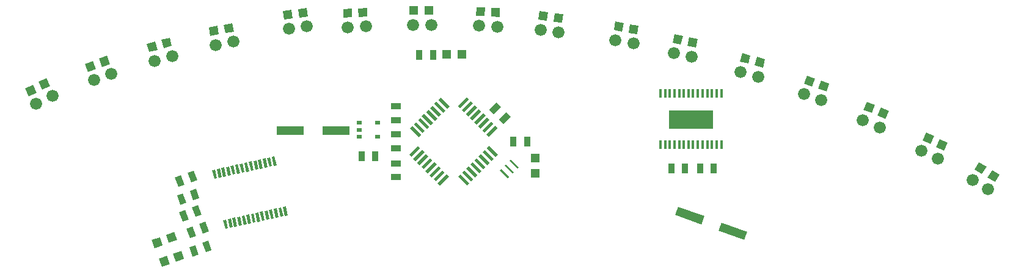
<source format=gtp>
G04 (created by PCBNEW-RS274X (2011-nov-30)-testing) date Mon 23 Apr 2012 04:49:45 PM EDT*
G01*
G70*
G90*
%MOIN*%
G04 Gerber Fmt 3.4, Leading zero omitted, Abs format*
%FSLAX34Y34*%
G04 APERTURE LIST*
%ADD10C,0.006000*%
%ADD11R,0.047200X0.047200*%
%ADD12R,0.016000X0.050000*%
%ADD13R,0.244100X0.098400*%
%ADD14R,0.030000X0.020000*%
%ADD15R,0.149600X0.047200*%
%ADD16R,0.035000X0.055000*%
%ADD17R,0.055000X0.035000*%
%ADD18C,0.066000*%
G04 APERTURE END LIST*
G54D10*
G54D11*
X00945Y53917D03*
X01771Y53917D03*
G54D10*
G36*
X-14998Y43317D02*
X-15159Y43760D01*
X-14716Y43921D01*
X-14555Y43478D01*
X-14998Y43317D01*
X-14998Y43317D01*
G37*
G36*
X-14222Y43599D02*
X-14383Y44042D01*
X-13940Y44203D01*
X-13779Y43760D01*
X-14222Y43599D01*
X-14222Y43599D01*
G37*
G36*
X-14604Y42293D02*
X-14765Y42736D01*
X-14322Y42897D01*
X-14161Y42454D01*
X-14604Y42293D01*
X-14604Y42293D01*
G37*
G36*
X-13828Y42575D02*
X-13989Y43018D01*
X-13546Y43179D01*
X-13385Y42736D01*
X-13828Y42575D01*
X-13828Y42575D01*
G37*
G54D11*
X05767Y48228D03*
X05767Y47402D03*
G54D10*
G36*
X00568Y46742D02*
X00443Y46867D01*
X00928Y47352D01*
X01053Y47227D01*
X00568Y46742D01*
X00568Y46742D01*
G37*
G36*
X00345Y46965D02*
X00220Y47090D01*
X00705Y47575D01*
X00830Y47450D01*
X00345Y46965D01*
X00345Y46965D01*
G37*
G36*
X00123Y47188D02*
X-00002Y47313D01*
X00483Y47798D01*
X00608Y47673D01*
X00123Y47188D01*
X00123Y47188D01*
G37*
G36*
X-00100Y47411D02*
X-00225Y47536D01*
X00260Y48021D01*
X00385Y47896D01*
X-00100Y47411D01*
X-00100Y47411D01*
G37*
G36*
X-00323Y47633D02*
X-00448Y47758D01*
X00037Y48243D01*
X00162Y48118D01*
X-00323Y47633D01*
X-00323Y47633D01*
G37*
G36*
X-00545Y47856D02*
X-00670Y47981D01*
X-00185Y48466D01*
X-00060Y48341D01*
X-00545Y47856D01*
X-00545Y47856D01*
G37*
G36*
X-00768Y48079D02*
X-00893Y48204D01*
X-00408Y48689D01*
X-00283Y48564D01*
X-00768Y48079D01*
X-00768Y48079D01*
G37*
G36*
X-00991Y48302D02*
X-01116Y48427D01*
X-00631Y48912D01*
X-00506Y48787D01*
X-00991Y48302D01*
X-00991Y48302D01*
G37*
G36*
X01673Y50963D02*
X01548Y51088D01*
X02033Y51573D01*
X02158Y51448D01*
X01673Y50963D01*
X01673Y50963D01*
G37*
G36*
X03236Y49400D02*
X03111Y49525D01*
X03596Y50010D01*
X03721Y49885D01*
X03236Y49400D01*
X03236Y49400D01*
G37*
G36*
X03010Y49627D02*
X02885Y49752D01*
X03370Y50237D01*
X03495Y50112D01*
X03010Y49627D01*
X03010Y49627D01*
G37*
G36*
X02784Y49853D02*
X02659Y49978D01*
X03144Y50463D01*
X03269Y50338D01*
X02784Y49853D01*
X02784Y49853D01*
G37*
G36*
X02564Y50072D02*
X02439Y50197D01*
X02924Y50682D01*
X03049Y50557D01*
X02564Y50072D01*
X02564Y50072D01*
G37*
G36*
X02338Y50298D02*
X02213Y50423D01*
X02698Y50908D01*
X02823Y50783D01*
X02338Y50298D01*
X02338Y50298D01*
G37*
G36*
X02119Y50518D02*
X01994Y50643D01*
X02479Y51128D01*
X02604Y51003D01*
X02119Y50518D01*
X02119Y50518D01*
G37*
G36*
X01893Y50744D02*
X01768Y50869D01*
X02253Y51354D01*
X02378Y51229D01*
X01893Y50744D01*
X01893Y50744D01*
G37*
G36*
X-00590Y49386D02*
X-01075Y49871D01*
X-00950Y49996D01*
X-00465Y49511D01*
X-00590Y49386D01*
X-00590Y49386D01*
G37*
G36*
X-00378Y49598D02*
X-00863Y50083D01*
X-00738Y50208D01*
X-00253Y49723D01*
X-00378Y49598D01*
X-00378Y49598D01*
G37*
G36*
X-00148Y49828D02*
X-00633Y50313D01*
X-00508Y50438D01*
X-00023Y49953D01*
X-00148Y49828D01*
X-00148Y49828D01*
G37*
G36*
X00064Y50040D02*
X-00421Y50525D01*
X-00296Y50650D01*
X00189Y50165D01*
X00064Y50040D01*
X00064Y50040D01*
G37*
G36*
X00293Y50269D02*
X-00192Y50754D01*
X-00067Y50879D01*
X00418Y50394D01*
X00293Y50269D01*
X00293Y50269D01*
G37*
G36*
X00515Y50491D02*
X00030Y50976D01*
X00155Y51101D01*
X00640Y50616D01*
X00515Y50491D01*
X00515Y50491D01*
G37*
G36*
X00738Y50714D02*
X00253Y51199D01*
X00378Y51324D01*
X00863Y50839D01*
X00738Y50714D01*
X00738Y50714D01*
G37*
G36*
X00960Y50936D02*
X00475Y51421D01*
X00600Y51546D01*
X01085Y51061D01*
X00960Y50936D01*
X00960Y50936D01*
G37*
G36*
X02040Y46742D02*
X01555Y47227D01*
X01680Y47352D01*
X02165Y46867D01*
X02040Y46742D01*
X02040Y46742D01*
G37*
G36*
X02260Y46961D02*
X01775Y47446D01*
X01900Y47571D01*
X02385Y47086D01*
X02260Y46961D01*
X02260Y46961D01*
G37*
G36*
X02486Y47187D02*
X02001Y47672D01*
X02126Y47797D01*
X02611Y47312D01*
X02486Y47187D01*
X02486Y47187D01*
G37*
G36*
X02705Y47406D02*
X02220Y47891D01*
X02345Y48016D01*
X02830Y47531D01*
X02705Y47406D01*
X02705Y47406D01*
G37*
G36*
X02924Y47626D02*
X02439Y48111D01*
X02564Y48236D01*
X03049Y47751D01*
X02924Y47626D01*
X02924Y47626D01*
G37*
G36*
X03151Y47852D02*
X02666Y48337D01*
X02791Y48462D01*
X03276Y47977D01*
X03151Y47852D01*
X03151Y47852D01*
G37*
G36*
X03377Y48078D02*
X02892Y48563D01*
X03017Y48688D01*
X03502Y48203D01*
X03377Y48078D01*
X03377Y48078D01*
G37*
G36*
X03603Y48304D02*
X03118Y48789D01*
X03243Y48914D01*
X03728Y48429D01*
X03603Y48304D01*
X03603Y48304D01*
G37*
G54D12*
X15921Y51774D03*
X15671Y51774D03*
X15411Y51774D03*
X15151Y51774D03*
X14901Y51774D03*
X14641Y51774D03*
X14381Y51774D03*
X14131Y51774D03*
X13871Y51774D03*
X13621Y51774D03*
X13361Y51774D03*
X13101Y51774D03*
X12851Y51774D03*
X12591Y51774D03*
X12591Y48974D03*
X12851Y48974D03*
X13091Y48974D03*
X13361Y48974D03*
X13621Y48974D03*
X13871Y48974D03*
X14131Y48974D03*
X14381Y48974D03*
X14641Y48974D03*
X14901Y48974D03*
X15151Y48974D03*
X15411Y48974D03*
X15671Y48974D03*
X15921Y48974D03*
G54D13*
X14271Y50349D03*
G54D14*
X-03827Y50158D03*
X-03827Y49408D03*
X-02827Y50158D03*
X-03827Y49783D03*
X-02827Y49408D03*
G54D10*
G36*
X13415Y45127D02*
X13577Y45571D01*
X14983Y45059D01*
X14821Y44615D01*
X13415Y45127D01*
X13415Y45127D01*
G37*
G36*
X15765Y44271D02*
X15927Y44715D01*
X17333Y44203D01*
X17171Y43759D01*
X15765Y44271D01*
X15765Y44271D01*
G37*
G54D15*
X-05109Y49744D03*
X-07609Y49744D03*
G54D16*
X13937Y47657D03*
X13187Y47657D03*
X14762Y47657D03*
X15512Y47657D03*
X-00553Y53878D03*
X00197Y53878D03*
G54D17*
X-01832Y49527D03*
X-01832Y48777D03*
G54D16*
X05316Y49153D03*
X04566Y49153D03*
G54D10*
G36*
X04169Y47920D02*
X04614Y47475D01*
X04531Y47392D01*
X04086Y47837D01*
X04169Y47920D01*
X04169Y47920D01*
G37*
G36*
X04433Y48184D02*
X04878Y47739D01*
X04795Y47656D01*
X04350Y48101D01*
X04433Y48184D01*
X04433Y48184D01*
G37*
G36*
X03905Y47656D02*
X04350Y47211D01*
X04267Y47128D01*
X03822Y47573D01*
X03905Y47656D01*
X03905Y47656D01*
G37*
G54D17*
X-01832Y47952D03*
X-01832Y47202D03*
G54D18*
X03693Y55420D03*
X02694Y55464D03*
G54D10*
G36*
X03848Y56425D02*
X03827Y55954D01*
X03356Y55975D01*
X03377Y56446D01*
X03848Y56425D01*
X03848Y56425D01*
G37*
G36*
X03024Y56461D02*
X03003Y55990D01*
X02532Y56011D01*
X02553Y56482D01*
X03024Y56461D01*
X03024Y56461D01*
G37*
G54D18*
X14296Y53767D03*
X13320Y53984D03*
G54D10*
G36*
X14623Y54730D02*
X14521Y54270D01*
X14061Y54372D01*
X14163Y54832D01*
X14623Y54730D01*
X14623Y54730D01*
G37*
G36*
X13817Y54909D02*
X13715Y54449D01*
X13255Y54551D01*
X13357Y55011D01*
X13817Y54909D01*
X13817Y54909D01*
G37*
G54D18*
X17938Y52687D03*
X16972Y52945D03*
G54D10*
G36*
X18307Y53635D02*
X18185Y53179D01*
X17729Y53301D01*
X17851Y53757D01*
X18307Y53635D01*
X18307Y53635D01*
G37*
G36*
X17510Y53848D02*
X17388Y53392D01*
X16932Y53514D01*
X17054Y53970D01*
X17510Y53848D01*
X17510Y53848D01*
G37*
G54D18*
X21363Y51394D03*
X20423Y51736D03*
G54D10*
G36*
X21812Y52306D02*
X21651Y51863D01*
X21208Y52024D01*
X21369Y52467D01*
X21812Y52306D01*
X21812Y52306D01*
G37*
G36*
X21037Y52588D02*
X20876Y52145D01*
X20433Y52306D01*
X20594Y52749D01*
X21037Y52588D01*
X21037Y52588D01*
G37*
G54D18*
X24570Y49921D03*
X23646Y50304D03*
G54D10*
G36*
X25059Y50813D02*
X24879Y50377D01*
X24443Y50557D01*
X24623Y50993D01*
X25059Y50813D01*
X25059Y50813D01*
G37*
G36*
X24296Y51129D02*
X24116Y50693D01*
X23680Y50873D01*
X23860Y51309D01*
X24296Y51129D01*
X24296Y51129D01*
G37*
G54D18*
X27737Y48214D03*
X26830Y48637D03*
G54D10*
G36*
X28265Y49083D02*
X28065Y48655D01*
X27637Y48855D01*
X27837Y49283D01*
X28265Y49083D01*
X28265Y49083D01*
G37*
G36*
X27517Y49432D02*
X27317Y49004D01*
X26889Y49204D01*
X27089Y49632D01*
X27517Y49432D01*
X27517Y49432D01*
G37*
G54D18*
X-20571Y51629D03*
X-21478Y51206D03*
G54D10*
G36*
X-20898Y52592D02*
X-20698Y52164D01*
X-21126Y51964D01*
X-21326Y52392D01*
X-20898Y52592D01*
X-20898Y52592D01*
G37*
G36*
X-21646Y52244D02*
X-21446Y51816D01*
X-21874Y51616D01*
X-22074Y52044D01*
X-21646Y52244D01*
X-21646Y52244D01*
G37*
G54D18*
X-17352Y52838D03*
X-18292Y52496D03*
G54D10*
G36*
X-17594Y53825D02*
X-17433Y53382D01*
X-17876Y53221D01*
X-18037Y53664D01*
X-17594Y53825D01*
X-17594Y53825D01*
G37*
G36*
X-18369Y53543D02*
X-18208Y53100D01*
X-18651Y52939D01*
X-18812Y53382D01*
X-18369Y53543D01*
X-18369Y53543D01*
G37*
G54D18*
X-14020Y53811D03*
X-14986Y53553D03*
G54D10*
G36*
X-14174Y54817D02*
X-14052Y54361D01*
X-14508Y54239D01*
X-14630Y54695D01*
X-14174Y54817D01*
X-14174Y54817D01*
G37*
G36*
X-14971Y54603D02*
X-14849Y54147D01*
X-15305Y54025D01*
X-15427Y54481D01*
X-14971Y54603D01*
X-14971Y54603D01*
G37*
G54D18*
X-10692Y54590D03*
X-11677Y54416D03*
G54D10*
G36*
X-10759Y55604D02*
X-10677Y55140D01*
X-11141Y55058D01*
X-11223Y55522D01*
X-10759Y55604D01*
X-10759Y55604D01*
G37*
G36*
X-11571Y55461D02*
X-11489Y54997D01*
X-11953Y54915D01*
X-12035Y55379D01*
X-11571Y55461D01*
X-11571Y55461D01*
G37*
G54D18*
X-06689Y55427D03*
X-07682Y55305D03*
G54D10*
G36*
X-06703Y56444D02*
X-06645Y55976D01*
X-07113Y55918D01*
X-07171Y56386D01*
X-06703Y56444D01*
X-06703Y56444D01*
G37*
G36*
X-07521Y56344D02*
X-07463Y55876D01*
X-07931Y55818D01*
X-07989Y56286D01*
X-07521Y56344D01*
X-07521Y56344D01*
G37*
G54D18*
X-03482Y55425D03*
X-04481Y55381D03*
G54D10*
G36*
X-03416Y56440D02*
X-03395Y55969D01*
X-03866Y55948D01*
X-03887Y56419D01*
X-03416Y56440D01*
X-03416Y56440D01*
G37*
G36*
X-04240Y56404D02*
X-04219Y55933D01*
X-04690Y55912D01*
X-04711Y56383D01*
X-04240Y56404D01*
X-04240Y56404D01*
G37*
G54D18*
X11125Y54494D03*
X10140Y54668D03*
G54D10*
G36*
X11409Y55470D02*
X11327Y55006D01*
X10863Y55088D01*
X10945Y55552D01*
X11409Y55470D01*
X11409Y55470D01*
G37*
G36*
X10597Y55613D02*
X10515Y55149D01*
X10051Y55231D01*
X10133Y55695D01*
X10597Y55613D01*
X10597Y55613D01*
G37*
G54D18*
X07047Y55105D03*
X06056Y55235D03*
G54D10*
G36*
X07290Y56092D02*
X07228Y55624D01*
X06760Y55686D01*
X06822Y56154D01*
X07290Y56092D01*
X07290Y56092D01*
G37*
G36*
X06472Y56200D02*
X06410Y55732D01*
X05942Y55794D01*
X06004Y56262D01*
X06472Y56200D01*
X06472Y56200D01*
G37*
G54D18*
X00086Y55521D03*
X-00914Y55521D03*
G54D11*
X-00039Y56296D03*
X-00864Y56296D03*
G54D18*
X30477Y46531D03*
X29620Y47046D03*
G54D10*
G36*
X31093Y47341D02*
X30850Y46936D01*
X30445Y47179D01*
X30688Y47584D01*
X31093Y47341D01*
X31093Y47341D01*
G37*
G36*
X30386Y47765D02*
X30143Y47360D01*
X29738Y47603D01*
X29981Y48008D01*
X30386Y47765D01*
X30386Y47765D01*
G37*
G36*
X-08452Y48343D02*
X-08344Y47855D01*
X-08500Y47821D01*
X-08608Y48309D01*
X-08452Y48343D01*
X-08452Y48343D01*
G37*
G36*
X-08696Y48289D02*
X-08588Y47801D01*
X-08744Y47767D01*
X-08852Y48255D01*
X-08696Y48289D01*
X-08696Y48289D01*
G37*
G36*
X-08950Y48233D02*
X-08842Y47745D01*
X-08998Y47711D01*
X-09106Y48199D01*
X-08950Y48233D01*
X-08950Y48233D01*
G37*
G36*
X-09204Y48176D02*
X-09096Y47688D01*
X-09252Y47654D01*
X-09360Y48142D01*
X-09204Y48176D01*
X-09204Y48176D01*
G37*
G36*
X-09448Y48122D02*
X-09340Y47634D01*
X-09496Y47600D01*
X-09604Y48088D01*
X-09448Y48122D01*
X-09448Y48122D01*
G37*
G36*
X-09702Y48066D02*
X-09594Y47578D01*
X-09750Y47544D01*
X-09858Y48032D01*
X-09702Y48066D01*
X-09702Y48066D01*
G37*
G36*
X-09956Y48010D02*
X-09848Y47522D01*
X-10004Y47488D01*
X-10112Y47976D01*
X-09956Y48010D01*
X-09956Y48010D01*
G37*
G36*
X-10200Y47956D02*
X-10092Y47468D01*
X-10248Y47434D01*
X-10356Y47922D01*
X-10200Y47956D01*
X-10200Y47956D01*
G37*
G36*
X-10454Y47899D02*
X-10346Y47411D01*
X-10502Y47377D01*
X-10610Y47865D01*
X-10454Y47899D01*
X-10454Y47899D01*
G37*
G36*
X-10698Y47845D02*
X-10590Y47357D01*
X-10746Y47323D01*
X-10854Y47811D01*
X-10698Y47845D01*
X-10698Y47845D01*
G37*
G36*
X-10951Y47789D02*
X-10843Y47301D01*
X-10999Y47267D01*
X-11107Y47755D01*
X-10951Y47789D01*
X-10951Y47789D01*
G37*
G36*
X-11205Y47733D02*
X-11097Y47245D01*
X-11253Y47211D01*
X-11361Y47699D01*
X-11205Y47733D01*
X-11205Y47733D01*
G37*
G36*
X-11449Y47678D02*
X-11341Y47190D01*
X-11497Y47156D01*
X-11605Y47644D01*
X-11449Y47678D01*
X-11449Y47678D01*
G37*
G36*
X-11703Y47622D02*
X-11595Y47134D01*
X-11751Y47100D01*
X-11859Y47588D01*
X-11703Y47622D01*
X-11703Y47622D01*
G37*
G36*
X-11097Y44889D02*
X-10989Y44401D01*
X-11145Y44367D01*
X-11253Y44855D01*
X-11097Y44889D01*
X-11097Y44889D01*
G37*
G36*
X-10843Y44945D02*
X-10735Y44457D01*
X-10891Y44423D01*
X-10999Y44911D01*
X-10843Y44945D01*
X-10843Y44945D01*
G37*
G36*
X-10609Y44997D02*
X-10501Y44509D01*
X-10657Y44475D01*
X-10765Y44963D01*
X-10609Y44997D01*
X-10609Y44997D01*
G37*
G36*
X-10345Y45055D02*
X-10237Y44567D01*
X-10393Y44533D01*
X-10501Y45021D01*
X-10345Y45055D01*
X-10345Y45055D01*
G37*
G36*
X-10092Y45111D02*
X-09984Y44623D01*
X-10140Y44589D01*
X-10248Y45077D01*
X-10092Y45111D01*
X-10092Y45111D01*
G37*
G36*
X-09848Y45166D02*
X-09740Y44678D01*
X-09896Y44644D01*
X-10004Y45132D01*
X-09848Y45166D01*
X-09848Y45166D01*
G37*
G36*
X-09594Y45222D02*
X-09486Y44734D01*
X-09642Y44700D01*
X-09750Y45188D01*
X-09594Y45222D01*
X-09594Y45222D01*
G37*
G36*
X-09350Y45276D02*
X-09242Y44788D01*
X-09398Y44754D01*
X-09506Y45242D01*
X-09350Y45276D01*
X-09350Y45276D01*
G37*
G36*
X-09096Y45332D02*
X-08988Y44844D01*
X-09144Y44810D01*
X-09252Y45298D01*
X-09096Y45332D01*
X-09096Y45332D01*
G37*
G36*
X-08842Y45389D02*
X-08734Y44901D01*
X-08890Y44867D01*
X-08998Y45355D01*
X-08842Y45389D01*
X-08842Y45389D01*
G37*
G36*
X-08598Y45443D02*
X-08490Y44955D01*
X-08646Y44921D01*
X-08754Y45409D01*
X-08598Y45443D01*
X-08598Y45443D01*
G37*
G36*
X-08344Y45499D02*
X-08236Y45011D01*
X-08392Y44977D01*
X-08500Y45465D01*
X-08344Y45499D01*
X-08344Y45499D01*
G37*
G36*
X-08090Y45555D02*
X-07982Y45067D01*
X-08138Y45033D01*
X-08246Y45521D01*
X-08090Y45555D01*
X-08090Y45555D01*
G37*
G36*
X-07846Y45609D02*
X-07738Y45121D01*
X-07894Y45087D01*
X-08002Y45575D01*
X-07846Y45609D01*
X-07846Y45609D01*
G37*
G36*
X-12078Y43733D02*
X-11889Y43216D01*
X-12218Y43097D01*
X-12407Y43614D01*
X-12078Y43733D01*
X-12078Y43733D01*
G37*
G36*
X-12782Y43477D02*
X-12593Y42960D01*
X-12922Y42841D01*
X-13111Y43358D01*
X-12782Y43477D01*
X-12782Y43477D01*
G37*
G36*
X-12236Y44757D02*
X-12047Y44240D01*
X-12376Y44121D01*
X-12565Y44638D01*
X-12236Y44757D01*
X-12236Y44757D01*
G37*
G36*
X-12940Y44501D02*
X-12751Y43984D01*
X-13080Y43865D01*
X-13269Y44382D01*
X-12940Y44501D01*
X-12940Y44501D01*
G37*
G54D17*
X-01832Y50313D03*
X-01832Y51063D03*
G54D10*
G36*
X04421Y50494D02*
X04032Y50105D01*
X03785Y50352D01*
X04174Y50741D01*
X04421Y50494D01*
X04421Y50494D01*
G37*
G36*
X03891Y51024D02*
X03502Y50635D01*
X03255Y50882D01*
X03644Y51271D01*
X03891Y51024D01*
X03891Y51024D01*
G37*
G54D16*
X-02952Y48326D03*
X-03702Y48326D03*
G54D10*
G36*
X-12748Y46568D02*
X-12559Y46051D01*
X-12888Y45932D01*
X-13077Y46449D01*
X-12748Y46568D01*
X-12748Y46568D01*
G37*
G36*
X-13452Y46312D02*
X-13263Y45795D01*
X-13592Y45676D01*
X-13781Y46193D01*
X-13452Y46312D01*
X-13452Y46312D01*
G37*
G36*
X-12866Y47552D02*
X-12677Y47035D01*
X-13006Y46916D01*
X-13195Y47433D01*
X-12866Y47552D01*
X-12866Y47552D01*
G37*
G36*
X-13570Y47296D02*
X-13381Y46779D01*
X-13710Y46660D01*
X-13899Y47177D01*
X-13570Y47296D01*
X-13570Y47296D01*
G37*
G36*
X-12630Y45662D02*
X-12441Y45145D01*
X-12770Y45026D01*
X-12959Y45543D01*
X-12630Y45662D01*
X-12630Y45662D01*
G37*
G36*
X-13334Y45406D02*
X-13145Y44889D01*
X-13474Y44770D01*
X-13663Y45287D01*
X-13334Y45406D01*
X-13334Y45406D01*
G37*
M02*

</source>
